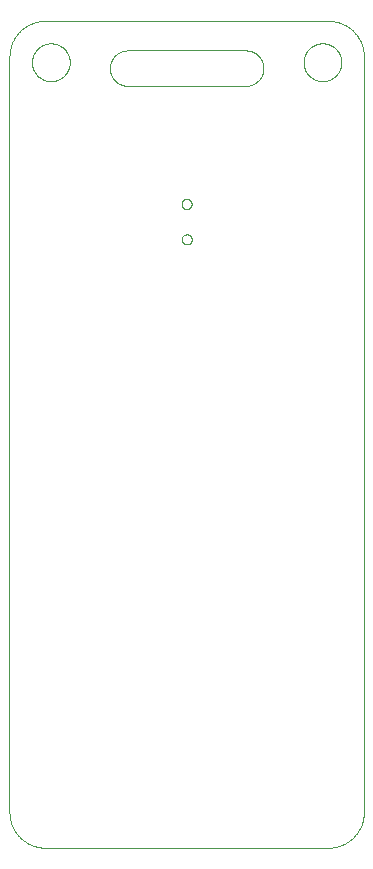
<source format=gbr>
G75*
%MOIN*%
%OFA0B0*%
%FSLAX25Y25*%
%IPPOS*%
%LPD*%
%AMOC8*
5,1,8,0,0,1.08239X$1,22.5*
%
%ADD10C,0.00394*%
%ADD11C,0.00000*%
D10*
X0011811Y0000000D02*
X0106299Y0000000D01*
X0106584Y0000003D01*
X0106870Y0000014D01*
X0107155Y0000031D01*
X0107439Y0000055D01*
X0107723Y0000086D01*
X0108006Y0000124D01*
X0108287Y0000169D01*
X0108568Y0000220D01*
X0108848Y0000278D01*
X0109126Y0000343D01*
X0109402Y0000415D01*
X0109676Y0000493D01*
X0109949Y0000578D01*
X0110219Y0000670D01*
X0110487Y0000768D01*
X0110753Y0000872D01*
X0111016Y0000983D01*
X0111276Y0001100D01*
X0111534Y0001223D01*
X0111788Y0001353D01*
X0112039Y0001489D01*
X0112287Y0001630D01*
X0112531Y0001778D01*
X0112772Y0001931D01*
X0113008Y0002091D01*
X0113241Y0002256D01*
X0113470Y0002426D01*
X0113695Y0002602D01*
X0113915Y0002784D01*
X0114131Y0002970D01*
X0114342Y0003162D01*
X0114549Y0003359D01*
X0114751Y0003561D01*
X0114948Y0003768D01*
X0115140Y0003979D01*
X0115326Y0004195D01*
X0115508Y0004415D01*
X0115684Y0004640D01*
X0115854Y0004869D01*
X0116019Y0005102D01*
X0116179Y0005338D01*
X0116332Y0005579D01*
X0116480Y0005823D01*
X0116621Y0006071D01*
X0116757Y0006322D01*
X0116887Y0006576D01*
X0117010Y0006834D01*
X0117127Y0007094D01*
X0117238Y0007357D01*
X0117342Y0007623D01*
X0117440Y0007891D01*
X0117532Y0008161D01*
X0117617Y0008434D01*
X0117695Y0008708D01*
X0117767Y0008984D01*
X0117832Y0009262D01*
X0117890Y0009542D01*
X0117941Y0009823D01*
X0117986Y0010104D01*
X0118024Y0010387D01*
X0118055Y0010671D01*
X0118079Y0010955D01*
X0118096Y0011240D01*
X0118107Y0011526D01*
X0118110Y0011811D01*
X0000000Y0011811D02*
X0000000Y0263780D01*
X0000003Y0264065D01*
X0000014Y0264351D01*
X0000031Y0264636D01*
X0000055Y0264920D01*
X0000086Y0265204D01*
X0000124Y0265487D01*
X0000169Y0265768D01*
X0000220Y0266049D01*
X0000278Y0266329D01*
X0000343Y0266607D01*
X0000415Y0266883D01*
X0000493Y0267157D01*
X0000578Y0267430D01*
X0000670Y0267700D01*
X0000768Y0267968D01*
X0000872Y0268234D01*
X0000983Y0268497D01*
X0001100Y0268757D01*
X0001223Y0269015D01*
X0001353Y0269269D01*
X0001489Y0269520D01*
X0001630Y0269768D01*
X0001778Y0270012D01*
X0001931Y0270253D01*
X0002091Y0270489D01*
X0002256Y0270722D01*
X0002426Y0270951D01*
X0002602Y0271176D01*
X0002784Y0271396D01*
X0002970Y0271612D01*
X0003162Y0271823D01*
X0003359Y0272030D01*
X0003561Y0272232D01*
X0003768Y0272429D01*
X0003979Y0272621D01*
X0004195Y0272807D01*
X0004415Y0272989D01*
X0004640Y0273165D01*
X0004869Y0273335D01*
X0005102Y0273500D01*
X0005338Y0273660D01*
X0005579Y0273813D01*
X0005823Y0273961D01*
X0006071Y0274102D01*
X0006322Y0274238D01*
X0006576Y0274368D01*
X0006834Y0274491D01*
X0007094Y0274608D01*
X0007357Y0274719D01*
X0007623Y0274823D01*
X0007891Y0274921D01*
X0008161Y0275013D01*
X0008434Y0275098D01*
X0008708Y0275176D01*
X0008984Y0275248D01*
X0009262Y0275313D01*
X0009542Y0275371D01*
X0009823Y0275422D01*
X0010104Y0275467D01*
X0010387Y0275505D01*
X0010671Y0275536D01*
X0010955Y0275560D01*
X0011240Y0275577D01*
X0011526Y0275588D01*
X0011811Y0275591D01*
X0106299Y0275591D01*
X0106584Y0275588D01*
X0106870Y0275577D01*
X0107155Y0275560D01*
X0107439Y0275536D01*
X0107723Y0275505D01*
X0108006Y0275467D01*
X0108287Y0275422D01*
X0108568Y0275371D01*
X0108848Y0275313D01*
X0109126Y0275248D01*
X0109402Y0275176D01*
X0109676Y0275098D01*
X0109949Y0275013D01*
X0110219Y0274921D01*
X0110487Y0274823D01*
X0110753Y0274719D01*
X0111016Y0274608D01*
X0111276Y0274491D01*
X0111534Y0274368D01*
X0111788Y0274238D01*
X0112039Y0274102D01*
X0112287Y0273961D01*
X0112531Y0273813D01*
X0112772Y0273660D01*
X0113008Y0273500D01*
X0113241Y0273335D01*
X0113470Y0273165D01*
X0113695Y0272989D01*
X0113915Y0272807D01*
X0114131Y0272621D01*
X0114342Y0272429D01*
X0114549Y0272232D01*
X0114751Y0272030D01*
X0114948Y0271823D01*
X0115140Y0271612D01*
X0115326Y0271396D01*
X0115508Y0271176D01*
X0115684Y0270951D01*
X0115854Y0270722D01*
X0116019Y0270489D01*
X0116179Y0270253D01*
X0116332Y0270012D01*
X0116480Y0269768D01*
X0116621Y0269520D01*
X0116757Y0269269D01*
X0116887Y0269015D01*
X0117010Y0268757D01*
X0117127Y0268497D01*
X0117238Y0268234D01*
X0117342Y0267968D01*
X0117440Y0267700D01*
X0117532Y0267430D01*
X0117617Y0267157D01*
X0117695Y0266883D01*
X0117767Y0266607D01*
X0117832Y0266329D01*
X0117890Y0266049D01*
X0117941Y0265768D01*
X0117986Y0265487D01*
X0118024Y0265204D01*
X0118055Y0264920D01*
X0118079Y0264636D01*
X0118096Y0264351D01*
X0118107Y0264065D01*
X0118110Y0263780D01*
X0118110Y0011811D01*
X0011811Y0000000D02*
X0011526Y0000003D01*
X0011240Y0000014D01*
X0010955Y0000031D01*
X0010671Y0000055D01*
X0010387Y0000086D01*
X0010104Y0000124D01*
X0009823Y0000169D01*
X0009542Y0000220D01*
X0009262Y0000278D01*
X0008984Y0000343D01*
X0008708Y0000415D01*
X0008434Y0000493D01*
X0008161Y0000578D01*
X0007891Y0000670D01*
X0007623Y0000768D01*
X0007357Y0000872D01*
X0007094Y0000983D01*
X0006834Y0001100D01*
X0006576Y0001223D01*
X0006322Y0001353D01*
X0006071Y0001489D01*
X0005823Y0001630D01*
X0005579Y0001778D01*
X0005338Y0001931D01*
X0005102Y0002091D01*
X0004869Y0002256D01*
X0004640Y0002426D01*
X0004415Y0002602D01*
X0004195Y0002784D01*
X0003979Y0002970D01*
X0003768Y0003162D01*
X0003561Y0003359D01*
X0003359Y0003561D01*
X0003162Y0003768D01*
X0002970Y0003979D01*
X0002784Y0004195D01*
X0002602Y0004415D01*
X0002426Y0004640D01*
X0002256Y0004869D01*
X0002091Y0005102D01*
X0001931Y0005338D01*
X0001778Y0005579D01*
X0001630Y0005823D01*
X0001489Y0006071D01*
X0001353Y0006322D01*
X0001223Y0006576D01*
X0001100Y0006834D01*
X0000983Y0007094D01*
X0000872Y0007357D01*
X0000768Y0007623D01*
X0000670Y0007891D01*
X0000578Y0008161D01*
X0000493Y0008434D01*
X0000415Y0008708D01*
X0000343Y0008984D01*
X0000278Y0009262D01*
X0000220Y0009542D01*
X0000169Y0009823D01*
X0000124Y0010104D01*
X0000086Y0010387D01*
X0000055Y0010671D01*
X0000031Y0010955D01*
X0000014Y0011240D01*
X0000003Y0011526D01*
X0000000Y0011811D01*
X0039370Y0265748D02*
X0078740Y0265748D01*
X0078740Y0265749D02*
X0078892Y0265747D01*
X0079044Y0265741D01*
X0079196Y0265731D01*
X0079347Y0265718D01*
X0079498Y0265700D01*
X0079649Y0265679D01*
X0079799Y0265653D01*
X0079948Y0265624D01*
X0080097Y0265591D01*
X0080244Y0265554D01*
X0080391Y0265514D01*
X0080536Y0265469D01*
X0080680Y0265421D01*
X0080823Y0265369D01*
X0080965Y0265314D01*
X0081105Y0265255D01*
X0081244Y0265192D01*
X0081381Y0265126D01*
X0081516Y0265056D01*
X0081649Y0264983D01*
X0081780Y0264906D01*
X0081910Y0264826D01*
X0082037Y0264743D01*
X0082162Y0264657D01*
X0082285Y0264567D01*
X0082405Y0264474D01*
X0082523Y0264378D01*
X0082639Y0264279D01*
X0082752Y0264177D01*
X0082862Y0264073D01*
X0082970Y0263965D01*
X0083074Y0263855D01*
X0083176Y0263742D01*
X0083275Y0263626D01*
X0083371Y0263508D01*
X0083464Y0263388D01*
X0083554Y0263265D01*
X0083640Y0263140D01*
X0083723Y0263013D01*
X0083803Y0262883D01*
X0083880Y0262752D01*
X0083953Y0262619D01*
X0084023Y0262484D01*
X0084089Y0262347D01*
X0084152Y0262208D01*
X0084211Y0262068D01*
X0084266Y0261926D01*
X0084318Y0261783D01*
X0084366Y0261639D01*
X0084411Y0261494D01*
X0084451Y0261347D01*
X0084488Y0261200D01*
X0084521Y0261051D01*
X0084550Y0260902D01*
X0084576Y0260752D01*
X0084597Y0260601D01*
X0084615Y0260450D01*
X0084628Y0260299D01*
X0084638Y0260147D01*
X0084644Y0259995D01*
X0084646Y0259843D01*
X0084644Y0259691D01*
X0084638Y0259539D01*
X0084628Y0259387D01*
X0084615Y0259236D01*
X0084597Y0259085D01*
X0084576Y0258934D01*
X0084550Y0258784D01*
X0084521Y0258635D01*
X0084488Y0258486D01*
X0084451Y0258339D01*
X0084411Y0258192D01*
X0084366Y0258047D01*
X0084318Y0257903D01*
X0084266Y0257760D01*
X0084211Y0257618D01*
X0084152Y0257478D01*
X0084089Y0257339D01*
X0084023Y0257202D01*
X0083953Y0257067D01*
X0083880Y0256934D01*
X0083803Y0256803D01*
X0083723Y0256673D01*
X0083640Y0256546D01*
X0083554Y0256421D01*
X0083464Y0256298D01*
X0083371Y0256178D01*
X0083275Y0256060D01*
X0083176Y0255944D01*
X0083074Y0255831D01*
X0082970Y0255721D01*
X0082862Y0255613D01*
X0082752Y0255509D01*
X0082639Y0255407D01*
X0082523Y0255308D01*
X0082405Y0255212D01*
X0082285Y0255119D01*
X0082162Y0255029D01*
X0082037Y0254943D01*
X0081910Y0254860D01*
X0081780Y0254780D01*
X0081649Y0254703D01*
X0081516Y0254630D01*
X0081381Y0254560D01*
X0081244Y0254494D01*
X0081105Y0254431D01*
X0080965Y0254372D01*
X0080823Y0254317D01*
X0080680Y0254265D01*
X0080536Y0254217D01*
X0080391Y0254172D01*
X0080244Y0254132D01*
X0080097Y0254095D01*
X0079948Y0254062D01*
X0079799Y0254033D01*
X0079649Y0254007D01*
X0079498Y0253986D01*
X0079347Y0253968D01*
X0079196Y0253955D01*
X0079044Y0253945D01*
X0078892Y0253939D01*
X0078740Y0253937D01*
X0039370Y0253937D01*
X0039218Y0253939D01*
X0039066Y0253945D01*
X0038914Y0253955D01*
X0038763Y0253968D01*
X0038612Y0253986D01*
X0038461Y0254007D01*
X0038311Y0254033D01*
X0038162Y0254062D01*
X0038013Y0254095D01*
X0037866Y0254132D01*
X0037719Y0254172D01*
X0037574Y0254217D01*
X0037430Y0254265D01*
X0037287Y0254317D01*
X0037145Y0254372D01*
X0037005Y0254431D01*
X0036866Y0254494D01*
X0036729Y0254560D01*
X0036594Y0254630D01*
X0036461Y0254703D01*
X0036330Y0254780D01*
X0036200Y0254860D01*
X0036073Y0254943D01*
X0035948Y0255029D01*
X0035825Y0255119D01*
X0035705Y0255212D01*
X0035587Y0255308D01*
X0035471Y0255407D01*
X0035358Y0255509D01*
X0035248Y0255613D01*
X0035140Y0255721D01*
X0035036Y0255831D01*
X0034934Y0255944D01*
X0034835Y0256060D01*
X0034739Y0256178D01*
X0034646Y0256298D01*
X0034556Y0256421D01*
X0034470Y0256546D01*
X0034387Y0256673D01*
X0034307Y0256803D01*
X0034230Y0256934D01*
X0034157Y0257067D01*
X0034087Y0257202D01*
X0034021Y0257339D01*
X0033958Y0257478D01*
X0033899Y0257618D01*
X0033844Y0257760D01*
X0033792Y0257903D01*
X0033744Y0258047D01*
X0033699Y0258192D01*
X0033659Y0258339D01*
X0033622Y0258486D01*
X0033589Y0258635D01*
X0033560Y0258784D01*
X0033534Y0258934D01*
X0033513Y0259085D01*
X0033495Y0259236D01*
X0033482Y0259387D01*
X0033472Y0259539D01*
X0033466Y0259691D01*
X0033464Y0259843D01*
X0033466Y0259995D01*
X0033472Y0260147D01*
X0033482Y0260299D01*
X0033495Y0260450D01*
X0033513Y0260601D01*
X0033534Y0260752D01*
X0033560Y0260902D01*
X0033589Y0261051D01*
X0033622Y0261200D01*
X0033659Y0261347D01*
X0033699Y0261494D01*
X0033744Y0261639D01*
X0033792Y0261783D01*
X0033844Y0261926D01*
X0033899Y0262068D01*
X0033958Y0262208D01*
X0034021Y0262347D01*
X0034087Y0262484D01*
X0034157Y0262619D01*
X0034230Y0262752D01*
X0034307Y0262883D01*
X0034387Y0263013D01*
X0034470Y0263140D01*
X0034556Y0263265D01*
X0034646Y0263388D01*
X0034739Y0263508D01*
X0034835Y0263626D01*
X0034934Y0263742D01*
X0035036Y0263855D01*
X0035140Y0263965D01*
X0035248Y0264073D01*
X0035358Y0264177D01*
X0035471Y0264279D01*
X0035587Y0264378D01*
X0035705Y0264474D01*
X0035825Y0264567D01*
X0035948Y0264657D01*
X0036073Y0264743D01*
X0036200Y0264826D01*
X0036330Y0264906D01*
X0036461Y0264983D01*
X0036594Y0265056D01*
X0036729Y0265126D01*
X0036866Y0265192D01*
X0037005Y0265255D01*
X0037145Y0265314D01*
X0037287Y0265369D01*
X0037430Y0265421D01*
X0037574Y0265469D01*
X0037719Y0265514D01*
X0037866Y0265554D01*
X0038013Y0265591D01*
X0038162Y0265624D01*
X0038311Y0265653D01*
X0038461Y0265679D01*
X0038612Y0265700D01*
X0038763Y0265718D01*
X0038914Y0265731D01*
X0039066Y0265741D01*
X0039218Y0265747D01*
X0039370Y0265749D01*
D11*
X0007481Y0261811D02*
X0007483Y0261969D01*
X0007489Y0262127D01*
X0007499Y0262285D01*
X0007513Y0262443D01*
X0007531Y0262600D01*
X0007552Y0262757D01*
X0007578Y0262913D01*
X0007608Y0263069D01*
X0007641Y0263224D01*
X0007679Y0263377D01*
X0007720Y0263530D01*
X0007765Y0263682D01*
X0007814Y0263833D01*
X0007867Y0263982D01*
X0007923Y0264130D01*
X0007983Y0264276D01*
X0008047Y0264421D01*
X0008115Y0264564D01*
X0008186Y0264706D01*
X0008260Y0264846D01*
X0008338Y0264983D01*
X0008420Y0265119D01*
X0008504Y0265253D01*
X0008593Y0265384D01*
X0008684Y0265513D01*
X0008779Y0265640D01*
X0008876Y0265765D01*
X0008977Y0265887D01*
X0009081Y0266006D01*
X0009188Y0266123D01*
X0009298Y0266237D01*
X0009411Y0266348D01*
X0009526Y0266457D01*
X0009644Y0266562D01*
X0009765Y0266664D01*
X0009888Y0266764D01*
X0010014Y0266860D01*
X0010142Y0266953D01*
X0010272Y0267043D01*
X0010405Y0267129D01*
X0010540Y0267213D01*
X0010676Y0267292D01*
X0010815Y0267369D01*
X0010956Y0267441D01*
X0011098Y0267511D01*
X0011242Y0267576D01*
X0011388Y0267638D01*
X0011535Y0267696D01*
X0011684Y0267751D01*
X0011834Y0267802D01*
X0011985Y0267849D01*
X0012137Y0267892D01*
X0012290Y0267931D01*
X0012445Y0267967D01*
X0012600Y0267998D01*
X0012756Y0268026D01*
X0012912Y0268050D01*
X0013069Y0268070D01*
X0013227Y0268086D01*
X0013384Y0268098D01*
X0013543Y0268106D01*
X0013701Y0268110D01*
X0013859Y0268110D01*
X0014017Y0268106D01*
X0014176Y0268098D01*
X0014333Y0268086D01*
X0014491Y0268070D01*
X0014648Y0268050D01*
X0014804Y0268026D01*
X0014960Y0267998D01*
X0015115Y0267967D01*
X0015270Y0267931D01*
X0015423Y0267892D01*
X0015575Y0267849D01*
X0015726Y0267802D01*
X0015876Y0267751D01*
X0016025Y0267696D01*
X0016172Y0267638D01*
X0016318Y0267576D01*
X0016462Y0267511D01*
X0016604Y0267441D01*
X0016745Y0267369D01*
X0016884Y0267292D01*
X0017020Y0267213D01*
X0017155Y0267129D01*
X0017288Y0267043D01*
X0017418Y0266953D01*
X0017546Y0266860D01*
X0017672Y0266764D01*
X0017795Y0266664D01*
X0017916Y0266562D01*
X0018034Y0266457D01*
X0018149Y0266348D01*
X0018262Y0266237D01*
X0018372Y0266123D01*
X0018479Y0266006D01*
X0018583Y0265887D01*
X0018684Y0265765D01*
X0018781Y0265640D01*
X0018876Y0265513D01*
X0018967Y0265384D01*
X0019056Y0265253D01*
X0019140Y0265119D01*
X0019222Y0264983D01*
X0019300Y0264846D01*
X0019374Y0264706D01*
X0019445Y0264564D01*
X0019513Y0264421D01*
X0019577Y0264276D01*
X0019637Y0264130D01*
X0019693Y0263982D01*
X0019746Y0263833D01*
X0019795Y0263682D01*
X0019840Y0263530D01*
X0019881Y0263377D01*
X0019919Y0263224D01*
X0019952Y0263069D01*
X0019982Y0262913D01*
X0020008Y0262757D01*
X0020029Y0262600D01*
X0020047Y0262443D01*
X0020061Y0262285D01*
X0020071Y0262127D01*
X0020077Y0261969D01*
X0020079Y0261811D01*
X0020077Y0261653D01*
X0020071Y0261495D01*
X0020061Y0261337D01*
X0020047Y0261179D01*
X0020029Y0261022D01*
X0020008Y0260865D01*
X0019982Y0260709D01*
X0019952Y0260553D01*
X0019919Y0260398D01*
X0019881Y0260245D01*
X0019840Y0260092D01*
X0019795Y0259940D01*
X0019746Y0259789D01*
X0019693Y0259640D01*
X0019637Y0259492D01*
X0019577Y0259346D01*
X0019513Y0259201D01*
X0019445Y0259058D01*
X0019374Y0258916D01*
X0019300Y0258776D01*
X0019222Y0258639D01*
X0019140Y0258503D01*
X0019056Y0258369D01*
X0018967Y0258238D01*
X0018876Y0258109D01*
X0018781Y0257982D01*
X0018684Y0257857D01*
X0018583Y0257735D01*
X0018479Y0257616D01*
X0018372Y0257499D01*
X0018262Y0257385D01*
X0018149Y0257274D01*
X0018034Y0257165D01*
X0017916Y0257060D01*
X0017795Y0256958D01*
X0017672Y0256858D01*
X0017546Y0256762D01*
X0017418Y0256669D01*
X0017288Y0256579D01*
X0017155Y0256493D01*
X0017020Y0256409D01*
X0016884Y0256330D01*
X0016745Y0256253D01*
X0016604Y0256181D01*
X0016462Y0256111D01*
X0016318Y0256046D01*
X0016172Y0255984D01*
X0016025Y0255926D01*
X0015876Y0255871D01*
X0015726Y0255820D01*
X0015575Y0255773D01*
X0015423Y0255730D01*
X0015270Y0255691D01*
X0015115Y0255655D01*
X0014960Y0255624D01*
X0014804Y0255596D01*
X0014648Y0255572D01*
X0014491Y0255552D01*
X0014333Y0255536D01*
X0014176Y0255524D01*
X0014017Y0255516D01*
X0013859Y0255512D01*
X0013701Y0255512D01*
X0013543Y0255516D01*
X0013384Y0255524D01*
X0013227Y0255536D01*
X0013069Y0255552D01*
X0012912Y0255572D01*
X0012756Y0255596D01*
X0012600Y0255624D01*
X0012445Y0255655D01*
X0012290Y0255691D01*
X0012137Y0255730D01*
X0011985Y0255773D01*
X0011834Y0255820D01*
X0011684Y0255871D01*
X0011535Y0255926D01*
X0011388Y0255984D01*
X0011242Y0256046D01*
X0011098Y0256111D01*
X0010956Y0256181D01*
X0010815Y0256253D01*
X0010676Y0256330D01*
X0010540Y0256409D01*
X0010405Y0256493D01*
X0010272Y0256579D01*
X0010142Y0256669D01*
X0010014Y0256762D01*
X0009888Y0256858D01*
X0009765Y0256958D01*
X0009644Y0257060D01*
X0009526Y0257165D01*
X0009411Y0257274D01*
X0009298Y0257385D01*
X0009188Y0257499D01*
X0009081Y0257616D01*
X0008977Y0257735D01*
X0008876Y0257857D01*
X0008779Y0257982D01*
X0008684Y0258109D01*
X0008593Y0258238D01*
X0008504Y0258369D01*
X0008420Y0258503D01*
X0008338Y0258639D01*
X0008260Y0258776D01*
X0008186Y0258916D01*
X0008115Y0259058D01*
X0008047Y0259201D01*
X0007983Y0259346D01*
X0007923Y0259492D01*
X0007867Y0259640D01*
X0007814Y0259789D01*
X0007765Y0259940D01*
X0007720Y0260092D01*
X0007679Y0260245D01*
X0007641Y0260398D01*
X0007608Y0260553D01*
X0007578Y0260709D01*
X0007552Y0260865D01*
X0007531Y0261022D01*
X0007513Y0261179D01*
X0007499Y0261337D01*
X0007489Y0261495D01*
X0007483Y0261653D01*
X0007481Y0261811D01*
X0098032Y0261811D02*
X0098034Y0261969D01*
X0098040Y0262127D01*
X0098050Y0262285D01*
X0098064Y0262443D01*
X0098082Y0262600D01*
X0098103Y0262757D01*
X0098129Y0262913D01*
X0098159Y0263069D01*
X0098192Y0263224D01*
X0098230Y0263377D01*
X0098271Y0263530D01*
X0098316Y0263682D01*
X0098365Y0263833D01*
X0098418Y0263982D01*
X0098474Y0264130D01*
X0098534Y0264276D01*
X0098598Y0264421D01*
X0098666Y0264564D01*
X0098737Y0264706D01*
X0098811Y0264846D01*
X0098889Y0264983D01*
X0098971Y0265119D01*
X0099055Y0265253D01*
X0099144Y0265384D01*
X0099235Y0265513D01*
X0099330Y0265640D01*
X0099427Y0265765D01*
X0099528Y0265887D01*
X0099632Y0266006D01*
X0099739Y0266123D01*
X0099849Y0266237D01*
X0099962Y0266348D01*
X0100077Y0266457D01*
X0100195Y0266562D01*
X0100316Y0266664D01*
X0100439Y0266764D01*
X0100565Y0266860D01*
X0100693Y0266953D01*
X0100823Y0267043D01*
X0100956Y0267129D01*
X0101091Y0267213D01*
X0101227Y0267292D01*
X0101366Y0267369D01*
X0101507Y0267441D01*
X0101649Y0267511D01*
X0101793Y0267576D01*
X0101939Y0267638D01*
X0102086Y0267696D01*
X0102235Y0267751D01*
X0102385Y0267802D01*
X0102536Y0267849D01*
X0102688Y0267892D01*
X0102841Y0267931D01*
X0102996Y0267967D01*
X0103151Y0267998D01*
X0103307Y0268026D01*
X0103463Y0268050D01*
X0103620Y0268070D01*
X0103778Y0268086D01*
X0103935Y0268098D01*
X0104094Y0268106D01*
X0104252Y0268110D01*
X0104410Y0268110D01*
X0104568Y0268106D01*
X0104727Y0268098D01*
X0104884Y0268086D01*
X0105042Y0268070D01*
X0105199Y0268050D01*
X0105355Y0268026D01*
X0105511Y0267998D01*
X0105666Y0267967D01*
X0105821Y0267931D01*
X0105974Y0267892D01*
X0106126Y0267849D01*
X0106277Y0267802D01*
X0106427Y0267751D01*
X0106576Y0267696D01*
X0106723Y0267638D01*
X0106869Y0267576D01*
X0107013Y0267511D01*
X0107155Y0267441D01*
X0107296Y0267369D01*
X0107435Y0267292D01*
X0107571Y0267213D01*
X0107706Y0267129D01*
X0107839Y0267043D01*
X0107969Y0266953D01*
X0108097Y0266860D01*
X0108223Y0266764D01*
X0108346Y0266664D01*
X0108467Y0266562D01*
X0108585Y0266457D01*
X0108700Y0266348D01*
X0108813Y0266237D01*
X0108923Y0266123D01*
X0109030Y0266006D01*
X0109134Y0265887D01*
X0109235Y0265765D01*
X0109332Y0265640D01*
X0109427Y0265513D01*
X0109518Y0265384D01*
X0109607Y0265253D01*
X0109691Y0265119D01*
X0109773Y0264983D01*
X0109851Y0264846D01*
X0109925Y0264706D01*
X0109996Y0264564D01*
X0110064Y0264421D01*
X0110128Y0264276D01*
X0110188Y0264130D01*
X0110244Y0263982D01*
X0110297Y0263833D01*
X0110346Y0263682D01*
X0110391Y0263530D01*
X0110432Y0263377D01*
X0110470Y0263224D01*
X0110503Y0263069D01*
X0110533Y0262913D01*
X0110559Y0262757D01*
X0110580Y0262600D01*
X0110598Y0262443D01*
X0110612Y0262285D01*
X0110622Y0262127D01*
X0110628Y0261969D01*
X0110630Y0261811D01*
X0110628Y0261653D01*
X0110622Y0261495D01*
X0110612Y0261337D01*
X0110598Y0261179D01*
X0110580Y0261022D01*
X0110559Y0260865D01*
X0110533Y0260709D01*
X0110503Y0260553D01*
X0110470Y0260398D01*
X0110432Y0260245D01*
X0110391Y0260092D01*
X0110346Y0259940D01*
X0110297Y0259789D01*
X0110244Y0259640D01*
X0110188Y0259492D01*
X0110128Y0259346D01*
X0110064Y0259201D01*
X0109996Y0259058D01*
X0109925Y0258916D01*
X0109851Y0258776D01*
X0109773Y0258639D01*
X0109691Y0258503D01*
X0109607Y0258369D01*
X0109518Y0258238D01*
X0109427Y0258109D01*
X0109332Y0257982D01*
X0109235Y0257857D01*
X0109134Y0257735D01*
X0109030Y0257616D01*
X0108923Y0257499D01*
X0108813Y0257385D01*
X0108700Y0257274D01*
X0108585Y0257165D01*
X0108467Y0257060D01*
X0108346Y0256958D01*
X0108223Y0256858D01*
X0108097Y0256762D01*
X0107969Y0256669D01*
X0107839Y0256579D01*
X0107706Y0256493D01*
X0107571Y0256409D01*
X0107435Y0256330D01*
X0107296Y0256253D01*
X0107155Y0256181D01*
X0107013Y0256111D01*
X0106869Y0256046D01*
X0106723Y0255984D01*
X0106576Y0255926D01*
X0106427Y0255871D01*
X0106277Y0255820D01*
X0106126Y0255773D01*
X0105974Y0255730D01*
X0105821Y0255691D01*
X0105666Y0255655D01*
X0105511Y0255624D01*
X0105355Y0255596D01*
X0105199Y0255572D01*
X0105042Y0255552D01*
X0104884Y0255536D01*
X0104727Y0255524D01*
X0104568Y0255516D01*
X0104410Y0255512D01*
X0104252Y0255512D01*
X0104094Y0255516D01*
X0103935Y0255524D01*
X0103778Y0255536D01*
X0103620Y0255552D01*
X0103463Y0255572D01*
X0103307Y0255596D01*
X0103151Y0255624D01*
X0102996Y0255655D01*
X0102841Y0255691D01*
X0102688Y0255730D01*
X0102536Y0255773D01*
X0102385Y0255820D01*
X0102235Y0255871D01*
X0102086Y0255926D01*
X0101939Y0255984D01*
X0101793Y0256046D01*
X0101649Y0256111D01*
X0101507Y0256181D01*
X0101366Y0256253D01*
X0101227Y0256330D01*
X0101091Y0256409D01*
X0100956Y0256493D01*
X0100823Y0256579D01*
X0100693Y0256669D01*
X0100565Y0256762D01*
X0100439Y0256858D01*
X0100316Y0256958D01*
X0100195Y0257060D01*
X0100077Y0257165D01*
X0099962Y0257274D01*
X0099849Y0257385D01*
X0099739Y0257499D01*
X0099632Y0257616D01*
X0099528Y0257735D01*
X0099427Y0257857D01*
X0099330Y0257982D01*
X0099235Y0258109D01*
X0099144Y0258238D01*
X0099055Y0258369D01*
X0098971Y0258503D01*
X0098889Y0258639D01*
X0098811Y0258776D01*
X0098737Y0258916D01*
X0098666Y0259058D01*
X0098598Y0259201D01*
X0098534Y0259346D01*
X0098474Y0259492D01*
X0098418Y0259640D01*
X0098365Y0259789D01*
X0098316Y0259940D01*
X0098271Y0260092D01*
X0098230Y0260245D01*
X0098192Y0260398D01*
X0098159Y0260553D01*
X0098129Y0260709D01*
X0098103Y0260865D01*
X0098082Y0261022D01*
X0098064Y0261179D01*
X0098050Y0261337D01*
X0098040Y0261495D01*
X0098034Y0261653D01*
X0098032Y0261811D01*
X0057382Y0202756D02*
X0057384Y0202837D01*
X0057390Y0202919D01*
X0057400Y0203000D01*
X0057414Y0203080D01*
X0057431Y0203159D01*
X0057453Y0203238D01*
X0057478Y0203315D01*
X0057507Y0203392D01*
X0057540Y0203466D01*
X0057577Y0203539D01*
X0057616Y0203610D01*
X0057660Y0203679D01*
X0057706Y0203746D01*
X0057756Y0203810D01*
X0057809Y0203872D01*
X0057865Y0203932D01*
X0057923Y0203988D01*
X0057985Y0204042D01*
X0058049Y0204093D01*
X0058115Y0204140D01*
X0058183Y0204184D01*
X0058254Y0204225D01*
X0058326Y0204262D01*
X0058401Y0204296D01*
X0058476Y0204326D01*
X0058554Y0204352D01*
X0058632Y0204375D01*
X0058711Y0204393D01*
X0058791Y0204408D01*
X0058872Y0204419D01*
X0058953Y0204426D01*
X0059035Y0204429D01*
X0059116Y0204428D01*
X0059197Y0204423D01*
X0059278Y0204414D01*
X0059359Y0204401D01*
X0059439Y0204384D01*
X0059517Y0204364D01*
X0059595Y0204339D01*
X0059672Y0204311D01*
X0059747Y0204279D01*
X0059820Y0204244D01*
X0059891Y0204205D01*
X0059961Y0204162D01*
X0060028Y0204117D01*
X0060094Y0204068D01*
X0060156Y0204016D01*
X0060216Y0203960D01*
X0060273Y0203902D01*
X0060328Y0203842D01*
X0060379Y0203778D01*
X0060427Y0203713D01*
X0060472Y0203645D01*
X0060514Y0203575D01*
X0060552Y0203503D01*
X0060587Y0203429D01*
X0060618Y0203354D01*
X0060645Y0203277D01*
X0060668Y0203199D01*
X0060688Y0203120D01*
X0060704Y0203040D01*
X0060716Y0202959D01*
X0060724Y0202878D01*
X0060728Y0202797D01*
X0060728Y0202715D01*
X0060724Y0202634D01*
X0060716Y0202553D01*
X0060704Y0202472D01*
X0060688Y0202392D01*
X0060668Y0202313D01*
X0060645Y0202235D01*
X0060618Y0202158D01*
X0060587Y0202083D01*
X0060552Y0202009D01*
X0060514Y0201937D01*
X0060472Y0201867D01*
X0060427Y0201799D01*
X0060379Y0201734D01*
X0060328Y0201670D01*
X0060273Y0201610D01*
X0060216Y0201552D01*
X0060156Y0201496D01*
X0060094Y0201444D01*
X0060028Y0201395D01*
X0059961Y0201350D01*
X0059892Y0201307D01*
X0059820Y0201268D01*
X0059747Y0201233D01*
X0059672Y0201201D01*
X0059595Y0201173D01*
X0059517Y0201148D01*
X0059439Y0201128D01*
X0059359Y0201111D01*
X0059278Y0201098D01*
X0059197Y0201089D01*
X0059116Y0201084D01*
X0059035Y0201083D01*
X0058953Y0201086D01*
X0058872Y0201093D01*
X0058791Y0201104D01*
X0058711Y0201119D01*
X0058632Y0201137D01*
X0058554Y0201160D01*
X0058476Y0201186D01*
X0058401Y0201216D01*
X0058326Y0201250D01*
X0058254Y0201287D01*
X0058183Y0201328D01*
X0058115Y0201372D01*
X0058049Y0201419D01*
X0057985Y0201470D01*
X0057923Y0201524D01*
X0057865Y0201580D01*
X0057809Y0201640D01*
X0057756Y0201702D01*
X0057706Y0201766D01*
X0057660Y0201833D01*
X0057616Y0201902D01*
X0057577Y0201973D01*
X0057540Y0202046D01*
X0057507Y0202120D01*
X0057478Y0202197D01*
X0057453Y0202274D01*
X0057431Y0202353D01*
X0057414Y0202432D01*
X0057400Y0202512D01*
X0057390Y0202593D01*
X0057384Y0202675D01*
X0057382Y0202756D01*
X0057382Y0214567D02*
X0057384Y0214648D01*
X0057390Y0214730D01*
X0057400Y0214811D01*
X0057414Y0214891D01*
X0057431Y0214970D01*
X0057453Y0215049D01*
X0057478Y0215126D01*
X0057507Y0215203D01*
X0057540Y0215277D01*
X0057577Y0215350D01*
X0057616Y0215421D01*
X0057660Y0215490D01*
X0057706Y0215557D01*
X0057756Y0215621D01*
X0057809Y0215683D01*
X0057865Y0215743D01*
X0057923Y0215799D01*
X0057985Y0215853D01*
X0058049Y0215904D01*
X0058115Y0215951D01*
X0058183Y0215995D01*
X0058254Y0216036D01*
X0058326Y0216073D01*
X0058401Y0216107D01*
X0058476Y0216137D01*
X0058554Y0216163D01*
X0058632Y0216186D01*
X0058711Y0216204D01*
X0058791Y0216219D01*
X0058872Y0216230D01*
X0058953Y0216237D01*
X0059035Y0216240D01*
X0059116Y0216239D01*
X0059197Y0216234D01*
X0059278Y0216225D01*
X0059359Y0216212D01*
X0059439Y0216195D01*
X0059517Y0216175D01*
X0059595Y0216150D01*
X0059672Y0216122D01*
X0059747Y0216090D01*
X0059820Y0216055D01*
X0059891Y0216016D01*
X0059961Y0215973D01*
X0060028Y0215928D01*
X0060094Y0215879D01*
X0060156Y0215827D01*
X0060216Y0215771D01*
X0060273Y0215713D01*
X0060328Y0215653D01*
X0060379Y0215589D01*
X0060427Y0215524D01*
X0060472Y0215456D01*
X0060514Y0215386D01*
X0060552Y0215314D01*
X0060587Y0215240D01*
X0060618Y0215165D01*
X0060645Y0215088D01*
X0060668Y0215010D01*
X0060688Y0214931D01*
X0060704Y0214851D01*
X0060716Y0214770D01*
X0060724Y0214689D01*
X0060728Y0214608D01*
X0060728Y0214526D01*
X0060724Y0214445D01*
X0060716Y0214364D01*
X0060704Y0214283D01*
X0060688Y0214203D01*
X0060668Y0214124D01*
X0060645Y0214046D01*
X0060618Y0213969D01*
X0060587Y0213894D01*
X0060552Y0213820D01*
X0060514Y0213748D01*
X0060472Y0213678D01*
X0060427Y0213610D01*
X0060379Y0213545D01*
X0060328Y0213481D01*
X0060273Y0213421D01*
X0060216Y0213363D01*
X0060156Y0213307D01*
X0060094Y0213255D01*
X0060028Y0213206D01*
X0059961Y0213161D01*
X0059892Y0213118D01*
X0059820Y0213079D01*
X0059747Y0213044D01*
X0059672Y0213012D01*
X0059595Y0212984D01*
X0059517Y0212959D01*
X0059439Y0212939D01*
X0059359Y0212922D01*
X0059278Y0212909D01*
X0059197Y0212900D01*
X0059116Y0212895D01*
X0059035Y0212894D01*
X0058953Y0212897D01*
X0058872Y0212904D01*
X0058791Y0212915D01*
X0058711Y0212930D01*
X0058632Y0212948D01*
X0058554Y0212971D01*
X0058476Y0212997D01*
X0058401Y0213027D01*
X0058326Y0213061D01*
X0058254Y0213098D01*
X0058183Y0213139D01*
X0058115Y0213183D01*
X0058049Y0213230D01*
X0057985Y0213281D01*
X0057923Y0213335D01*
X0057865Y0213391D01*
X0057809Y0213451D01*
X0057756Y0213513D01*
X0057706Y0213577D01*
X0057660Y0213644D01*
X0057616Y0213713D01*
X0057577Y0213784D01*
X0057540Y0213857D01*
X0057507Y0213931D01*
X0057478Y0214008D01*
X0057453Y0214085D01*
X0057431Y0214164D01*
X0057414Y0214243D01*
X0057400Y0214323D01*
X0057390Y0214404D01*
X0057384Y0214486D01*
X0057382Y0214567D01*
M02*

</source>
